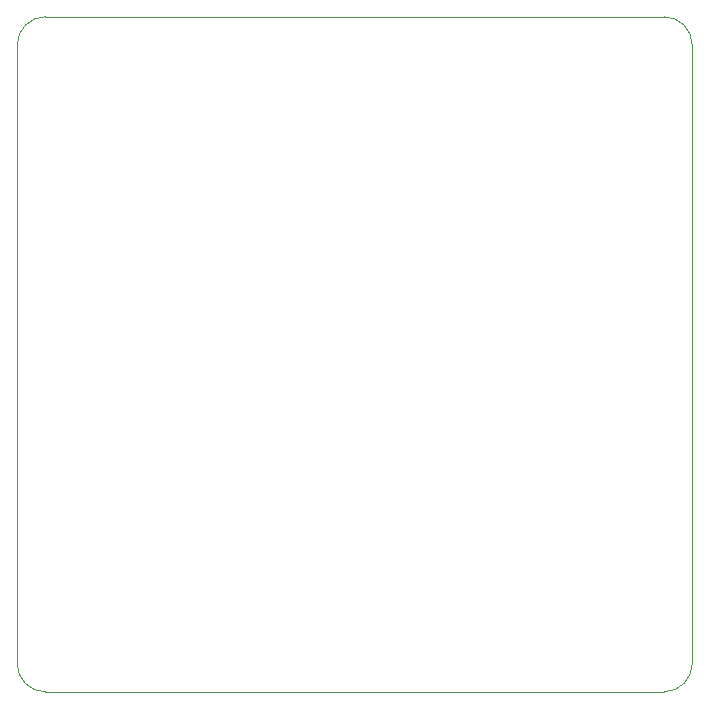
<source format=gm1>
%TF.GenerationSoftware,KiCad,Pcbnew,(5.1.6)-1*%
%TF.CreationDate,2020-12-18T23:07:11-06:00*%
%TF.ProjectId,macropad_3x3,6d616372-6f70-4616-945f-3378332e6b69,rev?*%
%TF.SameCoordinates,Original*%
%TF.FileFunction,Profile,NP*%
%FSLAX46Y46*%
G04 Gerber Fmt 4.6, Leading zero omitted, Abs format (unit mm)*
G04 Created by KiCad (PCBNEW (5.1.6)-1) date 2020-12-18 23:07:11*
%MOMM*%
%LPD*%
G01*
G04 APERTURE LIST*
%TA.AperFunction,Profile*%
%ADD10C,0.050000*%
%TD*%
G04 APERTURE END LIST*
D10*
X22225000Y-76993750D02*
X22225000Y-24606250D01*
X24606250Y-79375000D02*
G75*
G02*
X22225000Y-76993750I0J2381250D01*
G01*
X76993750Y-79375000D02*
X24606250Y-79375000D01*
X79375000Y-76993750D02*
G75*
G02*
X76993750Y-79375000I-2381250J0D01*
G01*
X79375000Y-24606250D02*
X79375000Y-76993750D01*
X76993750Y-22225000D02*
G75*
G02*
X79375000Y-24606250I0J-2381250D01*
G01*
X24606250Y-22225000D02*
X76993750Y-22225000D01*
X22225000Y-24606250D02*
G75*
G02*
X24606250Y-22225000I2381250J0D01*
G01*
M02*

</source>
